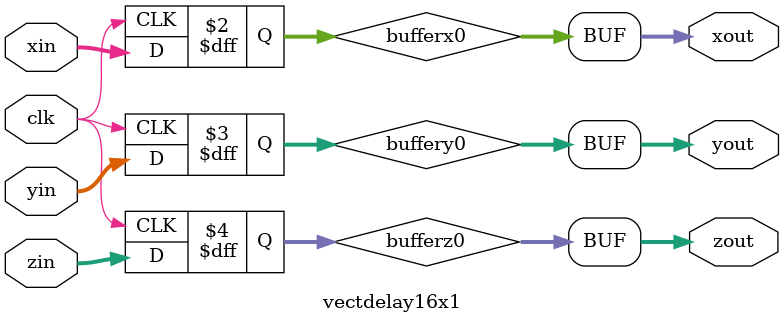
<source format=v>
module vectdelay16x1 (xin, yin, zin, xout, yout, zout, clk);
    input[16 - 1:0] xin; 
    input[16 - 1:0] yin; 
    input[16 - 1:0] zin; 
    output[16 - 1:0] xout; 
    wire[16 - 1:0] xout;
    output[16 - 1:0] yout; 
    wire[16 - 1:0] yout;
    output[16 - 1:0] zout; 
    wire[16 - 1:0] zout;
    input clk; 
    reg[16 - 1:0] bufferx0; 
    reg[16 - 1:0] buffery0; 
    reg[16 - 1:0] bufferz0; 
    assign xout = bufferx0 ;
    assign yout = buffery0 ;
    assign zout = bufferz0 ;
    always @(posedge clk)
    begin
       bufferx0 <= xin ; 
       buffery0 <= yin ; 
       bufferz0 <= zin ; 
    end 
 endmodule
</source>
